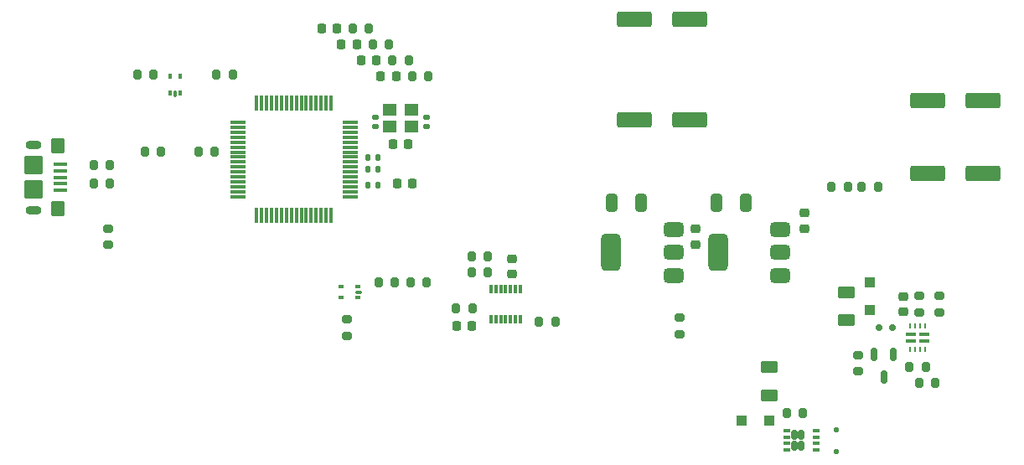
<source format=gbr>
%TF.GenerationSoftware,KiCad,Pcbnew,9.0.0*%
%TF.CreationDate,2025-05-15T11:56:12+12:00*%
%TF.ProjectId,Servo_Board,53657276-6f5f-4426-9f61-72642e6b6963,A*%
%TF.SameCoordinates,Original*%
%TF.FileFunction,Paste,Top*%
%TF.FilePolarity,Positive*%
%FSLAX46Y46*%
G04 Gerber Fmt 4.6, Leading zero omitted, Abs format (unit mm)*
G04 Created by KiCad (PCBNEW 9.0.0) date 2025-05-15 11:56:12*
%MOMM*%
%LPD*%
G01*
G04 APERTURE LIST*
G04 Aperture macros list*
%AMRoundRect*
0 Rectangle with rounded corners*
0 $1 Rounding radius*
0 $2 $3 $4 $5 $6 $7 $8 $9 X,Y pos of 4 corners*
0 Add a 4 corners polygon primitive as box body*
4,1,4,$2,$3,$4,$5,$6,$7,$8,$9,$2,$3,0*
0 Add four circle primitives for the rounded corners*
1,1,$1+$1,$2,$3*
1,1,$1+$1,$4,$5*
1,1,$1+$1,$6,$7*
1,1,$1+$1,$8,$9*
0 Add four rect primitives between the rounded corners*
20,1,$1+$1,$2,$3,$4,$5,0*
20,1,$1+$1,$4,$5,$6,$7,0*
20,1,$1+$1,$6,$7,$8,$9,0*
20,1,$1+$1,$8,$9,$2,$3,0*%
G04 Aperture macros list end*
%ADD10RoundRect,0.225000X0.250000X-0.225000X0.250000X0.225000X-0.250000X0.225000X-0.250000X-0.225000X0*%
%ADD11RoundRect,0.250000X1.500000X0.550000X-1.500000X0.550000X-1.500000X-0.550000X1.500000X-0.550000X0*%
%ADD12R,0.304800X0.972299*%
%ADD13RoundRect,0.200000X-0.200000X-0.275000X0.200000X-0.275000X0.200000X0.275000X-0.200000X0.275000X0*%
%ADD14RoundRect,0.200000X0.275000X-0.200000X0.275000X0.200000X-0.275000X0.200000X-0.275000X-0.200000X0*%
%ADD15RoundRect,0.200000X0.200000X0.275000X-0.200000X0.275000X-0.200000X-0.275000X0.200000X-0.275000X0*%
%ADD16RoundRect,0.225000X-0.250000X0.225000X-0.250000X-0.225000X0.250000X-0.225000X0.250000X0.225000X0*%
%ADD17RoundRect,0.225000X0.225000X0.250000X-0.225000X0.250000X-0.225000X-0.250000X0.225000X-0.250000X0*%
%ADD18RoundRect,0.250000X0.625000X-0.375000X0.625000X0.375000X-0.625000X0.375000X-0.625000X-0.375000X0*%
%ADD19RoundRect,0.140000X-0.170000X0.140000X-0.170000X-0.140000X0.170000X-0.140000X0.170000X0.140000X0*%
%ADD20RoundRect,0.375000X0.625000X0.375000X-0.625000X0.375000X-0.625000X-0.375000X0.625000X-0.375000X0*%
%ADD21RoundRect,0.500000X0.500000X1.400000X-0.500000X1.400000X-0.500000X-1.400000X0.500000X-1.400000X0*%
%ADD22RoundRect,0.150000X-0.150000X0.512500X-0.150000X-0.512500X0.150000X-0.512500X0.150000X0.512500X0*%
%ADD23RoundRect,0.250000X-0.300000X0.300000X-0.300000X-0.300000X0.300000X-0.300000X0.300000X0.300000X0*%
%ADD24RoundRect,0.250000X-1.500000X-0.550000X1.500000X-0.550000X1.500000X0.550000X-1.500000X0.550000X0*%
%ADD25RoundRect,0.250000X-0.325000X-0.650000X0.325000X-0.650000X0.325000X0.650000X-0.325000X0.650000X0*%
%ADD26R,1.050000X0.399999*%
%ADD27R,0.200000X0.599999*%
%ADD28RoundRect,0.200000X-0.275000X0.200000X-0.275000X-0.200000X0.275000X-0.200000X0.275000X0.200000X0*%
%ADD29RoundRect,0.140000X-0.140000X-0.170000X0.140000X-0.170000X0.140000X0.170000X-0.140000X0.170000X0*%
%ADD30RoundRect,0.140000X0.170000X-0.140000X0.170000X0.140000X-0.170000X0.140000X-0.170000X-0.140000X0*%
%ADD31RoundRect,0.100000X-0.575000X0.100000X-0.575000X-0.100000X0.575000X-0.100000X0.575000X0.100000X0*%
%ADD32O,1.600000X0.900000*%
%ADD33RoundRect,0.250000X-0.450000X0.550000X-0.450000X-0.550000X0.450000X-0.550000X0.450000X0.550000X0*%
%ADD34RoundRect,0.250000X-0.700000X0.700000X-0.700000X-0.700000X0.700000X-0.700000X0.700000X0.700000X0*%
%ADD35RoundRect,0.225000X-0.225000X-0.250000X0.225000X-0.250000X0.225000X0.250000X-0.225000X0.250000X0*%
%ADD36RoundRect,0.075000X0.700000X0.075000X-0.700000X0.075000X-0.700000X-0.075000X0.700000X-0.075000X0*%
%ADD37RoundRect,0.075000X0.075000X0.700000X-0.075000X0.700000X-0.075000X-0.700000X0.075000X-0.700000X0*%
%ADD38RoundRect,0.095000X0.095000X-0.155000X0.095000X0.155000X-0.095000X0.155000X-0.095000X-0.155000X0*%
%ADD39RoundRect,0.075000X0.075000X-0.250000X0.075000X0.250000X-0.075000X0.250000X-0.075000X-0.250000X0*%
%ADD40R,1.400000X1.200000*%
%ADD41RoundRect,0.150000X0.150000X0.200000X-0.150000X0.200000X-0.150000X-0.200000X0.150000X-0.200000X0*%
%ADD42RoundRect,0.250000X-0.300000X-0.300000X0.300000X-0.300000X0.300000X0.300000X-0.300000X0.300000X0*%
%ADD43RoundRect,0.150000X0.150000X0.350000X-0.150000X0.350000X-0.150000X-0.350000X0.150000X-0.350000X0*%
%ADD44RoundRect,0.105000X0.245000X0.105000X-0.245000X0.105000X-0.245000X-0.105000X0.245000X-0.105000X0*%
%ADD45RoundRect,0.125000X0.125000X-0.125000X0.125000X0.125000X-0.125000X0.125000X-0.125000X-0.125000X0*%
%ADD46RoundRect,0.095000X0.155000X0.095000X-0.155000X0.095000X-0.155000X-0.095000X0.155000X-0.095000X0*%
%ADD47RoundRect,0.075000X0.250000X0.075000X-0.250000X0.075000X-0.250000X-0.075000X0.250000X-0.075000X0*%
G04 APERTURE END LIST*
D10*
%TO.C,C9*%
X149800000Y-105000000D03*
X149800000Y-103450000D03*
%TD*%
D11*
%TO.C,C21*%
X167800000Y-89400000D03*
X162200000Y-89400000D03*
%TD*%
D12*
%TO.C,U2*%
X150700378Y-106459749D03*
X150200252Y-106459749D03*
X149700126Y-106459749D03*
X149200000Y-106459749D03*
X148699874Y-106459749D03*
X148199748Y-106459749D03*
X147699622Y-106459749D03*
X147699622Y-109540251D03*
X148199748Y-109540251D03*
X148699874Y-109540251D03*
X149200000Y-109540251D03*
X149700126Y-109540251D03*
X150200252Y-109540251D03*
X150700378Y-109540251D03*
%TD*%
D13*
%TO.C,R4*%
X111975000Y-84800000D03*
X113625000Y-84800000D03*
%TD*%
D14*
%TO.C,R22*%
X191000000Y-108825000D03*
X191000000Y-107175000D03*
%TD*%
D15*
%TO.C,R20*%
X137400000Y-81800000D03*
X135750000Y-81800000D03*
%TD*%
D16*
%TO.C,C12*%
X168400000Y-100425000D03*
X168400000Y-101975000D03*
%TD*%
D17*
%TO.C,C19*%
X134150000Y-81800000D03*
X132600000Y-81800000D03*
%TD*%
D10*
%TO.C,C23*%
X189400000Y-108775000D03*
X189400000Y-107225000D03*
%TD*%
D18*
%TO.C,F2*%
X183600000Y-109600000D03*
X183600000Y-106800000D03*
%TD*%
D13*
%TO.C,R30*%
X112750000Y-92600000D03*
X114400000Y-92600000D03*
%TD*%
D19*
%TO.C,C7*%
X141200000Y-89120000D03*
X141200000Y-90080000D03*
%TD*%
D20*
%TO.C,U3*%
X166150000Y-105100000D03*
X166150000Y-102800000D03*
D21*
X159850000Y-102800000D03*
D20*
X166150000Y-100500000D03*
%TD*%
D17*
%TO.C,C10*%
X136150000Y-83400000D03*
X134600000Y-83400000D03*
%TD*%
D15*
%TO.C,R8*%
X109225000Y-95800000D03*
X107575000Y-95800000D03*
%TD*%
D22*
%TO.C,D9*%
X188350000Y-113062500D03*
X186450000Y-113062500D03*
X187400000Y-115337500D03*
%TD*%
D23*
%TO.C,D10*%
X186000000Y-105800000D03*
X186000000Y-108600000D03*
%TD*%
D15*
%TO.C,R14*%
X145825000Y-108400000D03*
X144175000Y-108400000D03*
%TD*%
D24*
%TO.C,C15*%
X191800000Y-94800000D03*
X197400000Y-94800000D03*
%TD*%
D25*
%TO.C,C11*%
X159925000Y-97800000D03*
X162875000Y-97800000D03*
%TD*%
D26*
%TO.C,U5*%
X190125000Y-111075002D03*
X190125000Y-111775001D03*
D27*
X190049999Y-112550000D03*
X190550000Y-112550000D03*
X191050000Y-112550000D03*
X191550001Y-112550000D03*
D26*
X191475000Y-111775001D03*
X191475000Y-111075002D03*
D27*
X191550001Y-110250002D03*
X191050000Y-110250002D03*
X190550000Y-110250002D03*
X190049999Y-110250002D03*
%TD*%
D28*
%TO.C,R27*%
X109000000Y-100375000D03*
X109000000Y-102025000D03*
%TD*%
D17*
%TO.C,C16*%
X138125000Y-85000000D03*
X136575000Y-85000000D03*
%TD*%
%TO.C,C20*%
X132175000Y-80200000D03*
X130625000Y-80200000D03*
%TD*%
D29*
%TO.C,C5*%
X135320000Y-94400000D03*
X136280000Y-94400000D03*
%TD*%
D30*
%TO.C,C6*%
X136000000Y-90080000D03*
X136000000Y-89120000D03*
%TD*%
D15*
%TO.C,R17*%
X186825000Y-96200000D03*
X185175000Y-96200000D03*
%TD*%
D13*
%TO.C,R13*%
X145775000Y-104800000D03*
X147425000Y-104800000D03*
%TD*%
D31*
%TO.C,J4*%
X104200000Y-93900000D03*
X104200000Y-94550000D03*
X104200000Y-95200000D03*
X104200000Y-95850000D03*
X104200000Y-96500000D03*
D32*
X101525000Y-91900000D03*
D33*
X103975000Y-92000000D03*
D34*
X101525000Y-94000000D03*
X101525000Y-96400000D03*
D33*
X103975000Y-98400000D03*
D32*
X101525000Y-98500000D03*
%TD*%
D15*
%TO.C,R19*%
X183755000Y-96200000D03*
X182105000Y-96200000D03*
%TD*%
D35*
%TO.C,C4*%
X138225000Y-95800000D03*
X139775000Y-95800000D03*
%TD*%
%TO.C,C3*%
X137825000Y-91800000D03*
X139375000Y-91800000D03*
%TD*%
D17*
%TO.C,C8*%
X145775000Y-110200000D03*
X144225000Y-110200000D03*
%TD*%
D29*
%TO.C,C2*%
X135320000Y-96000000D03*
X136280000Y-96000000D03*
%TD*%
D10*
%TO.C,C14*%
X179400000Y-100375000D03*
X179400000Y-98825000D03*
%TD*%
D14*
%TO.C,R26*%
X184800000Y-114825000D03*
X184800000Y-113175000D03*
%TD*%
D15*
%TO.C,R6*%
X138025000Y-105800000D03*
X136375000Y-105800000D03*
%TD*%
%TO.C,R18*%
X179225000Y-119000000D03*
X177575000Y-119000000D03*
%TD*%
D36*
%TO.C,U1*%
X133475000Y-97150000D03*
X133475000Y-96650000D03*
X133475000Y-96150000D03*
X133475000Y-95650000D03*
X133475000Y-95150000D03*
X133475000Y-94650000D03*
X133475000Y-94150000D03*
X133475000Y-93650000D03*
X133475000Y-93150000D03*
X133475000Y-92650000D03*
X133475000Y-92150000D03*
X133475000Y-91650000D03*
X133475000Y-91150000D03*
X133475000Y-90650000D03*
X133475000Y-90150000D03*
X133475000Y-89650000D03*
D37*
X131550000Y-87725000D03*
X131050000Y-87725000D03*
X130550000Y-87725000D03*
X130050000Y-87725000D03*
X129550000Y-87725000D03*
X129050000Y-87725000D03*
X128550000Y-87725000D03*
X128050000Y-87725000D03*
X127550000Y-87725000D03*
X127050000Y-87725000D03*
X126550000Y-87725000D03*
X126050000Y-87725000D03*
X125550000Y-87725000D03*
X125050000Y-87725000D03*
X124550000Y-87725000D03*
X124050000Y-87725000D03*
D36*
X122125000Y-89650000D03*
X122125000Y-90150000D03*
X122125000Y-90650000D03*
X122125000Y-91150000D03*
X122125000Y-91650000D03*
X122125000Y-92150000D03*
X122125000Y-92650000D03*
X122125000Y-93150000D03*
X122125000Y-93650000D03*
X122125000Y-94150000D03*
X122125000Y-94650000D03*
X122125000Y-95150000D03*
X122125000Y-95650000D03*
X122125000Y-96150000D03*
X122125000Y-96650000D03*
X122125000Y-97150000D03*
D37*
X124050000Y-99075000D03*
X124550000Y-99075000D03*
X125050000Y-99075000D03*
X125550000Y-99075000D03*
X126050000Y-99075000D03*
X126550000Y-99075000D03*
X127050000Y-99075000D03*
X127550000Y-99075000D03*
X128050000Y-99075000D03*
X128550000Y-99075000D03*
X129050000Y-99075000D03*
X129550000Y-99075000D03*
X130050000Y-99075000D03*
X130550000Y-99075000D03*
X131050000Y-99075000D03*
X131550000Y-99075000D03*
%TD*%
D38*
%TO.C,D5*%
X115260000Y-86650000D03*
D39*
X115800000Y-86730000D03*
D38*
X116340000Y-86650000D03*
X116340000Y-84950000D03*
X115260000Y-84950000D03*
%TD*%
D15*
%TO.C,R24*%
X192625000Y-116000000D03*
X190975000Y-116000000D03*
%TD*%
D25*
%TO.C,C13*%
X170525000Y-97800000D03*
X173475000Y-97800000D03*
%TD*%
D40*
%TO.C,Y1*%
X137500000Y-90050000D03*
X139700000Y-90050000D03*
X139700000Y-88350000D03*
X137500000Y-88350000D03*
%TD*%
D41*
%TO.C,D8*%
X186900000Y-110400000D03*
X188300000Y-110400000D03*
%TD*%
D24*
%TO.C,C17*%
X191800000Y-87400000D03*
X197400000Y-87400000D03*
%TD*%
D28*
%TO.C,R23*%
X193000000Y-107175000D03*
X193000000Y-108825000D03*
%TD*%
D18*
%TO.C,F1*%
X175800000Y-117200000D03*
X175800000Y-114400000D03*
%TD*%
D13*
%TO.C,R10*%
X152575000Y-109800000D03*
X154225000Y-109800000D03*
%TD*%
D28*
%TO.C,R11*%
X133200000Y-109575000D03*
X133200000Y-111225000D03*
%TD*%
D15*
%TO.C,R28*%
X141225000Y-105800000D03*
X139575000Y-105800000D03*
%TD*%
%TO.C,R15*%
X139400000Y-83400000D03*
X137750000Y-83400000D03*
%TD*%
%TO.C,R16*%
X141375000Y-85000000D03*
X139725000Y-85000000D03*
%TD*%
D20*
%TO.C,U4*%
X176950000Y-105100000D03*
X176950000Y-102800000D03*
D21*
X170650000Y-102800000D03*
D20*
X176950000Y-100500000D03*
%TD*%
D11*
%TO.C,C22*%
X167800000Y-79200000D03*
X162200000Y-79200000D03*
%TD*%
D15*
%TO.C,R5*%
X121625000Y-84800000D03*
X119975000Y-84800000D03*
%TD*%
%TO.C,R21*%
X135400000Y-80200000D03*
X133750000Y-80200000D03*
%TD*%
%TO.C,R7*%
X109225000Y-94000000D03*
X107575000Y-94000000D03*
%TD*%
D42*
%TO.C,D7*%
X173000000Y-119800000D03*
X175800000Y-119800000D03*
%TD*%
D15*
%TO.C,R25*%
X191625000Y-114400000D03*
X189975000Y-114400000D03*
%TD*%
D43*
%TO.C,Q1*%
X179080000Y-122330000D03*
X179080000Y-121200000D03*
X178370000Y-122330000D03*
X178370000Y-121200000D03*
D44*
X177600000Y-122740000D03*
X177600000Y-122090000D03*
X177600000Y-121440000D03*
X177600000Y-120790000D03*
X180600000Y-122740000D03*
X180600000Y-122090000D03*
X180600000Y-121440000D03*
X180600000Y-120790000D03*
%TD*%
D45*
%TO.C,D6*%
X182600000Y-122900000D03*
X182600000Y-120700000D03*
%TD*%
D29*
%TO.C,C1*%
X135320000Y-93200000D03*
X136280000Y-93200000D03*
%TD*%
D46*
%TO.C,D4*%
X134250000Y-107340000D03*
D47*
X134330000Y-106800000D03*
D46*
X134250000Y-106260000D03*
X132550000Y-106260000D03*
X132550000Y-107340000D03*
%TD*%
D13*
%TO.C,R29*%
X118175000Y-92600000D03*
X119825000Y-92600000D03*
%TD*%
D28*
%TO.C,R9*%
X166800000Y-109375000D03*
X166800000Y-111025000D03*
%TD*%
D13*
%TO.C,R12*%
X145775000Y-103200000D03*
X147425000Y-103200000D03*
%TD*%
M02*

</source>
